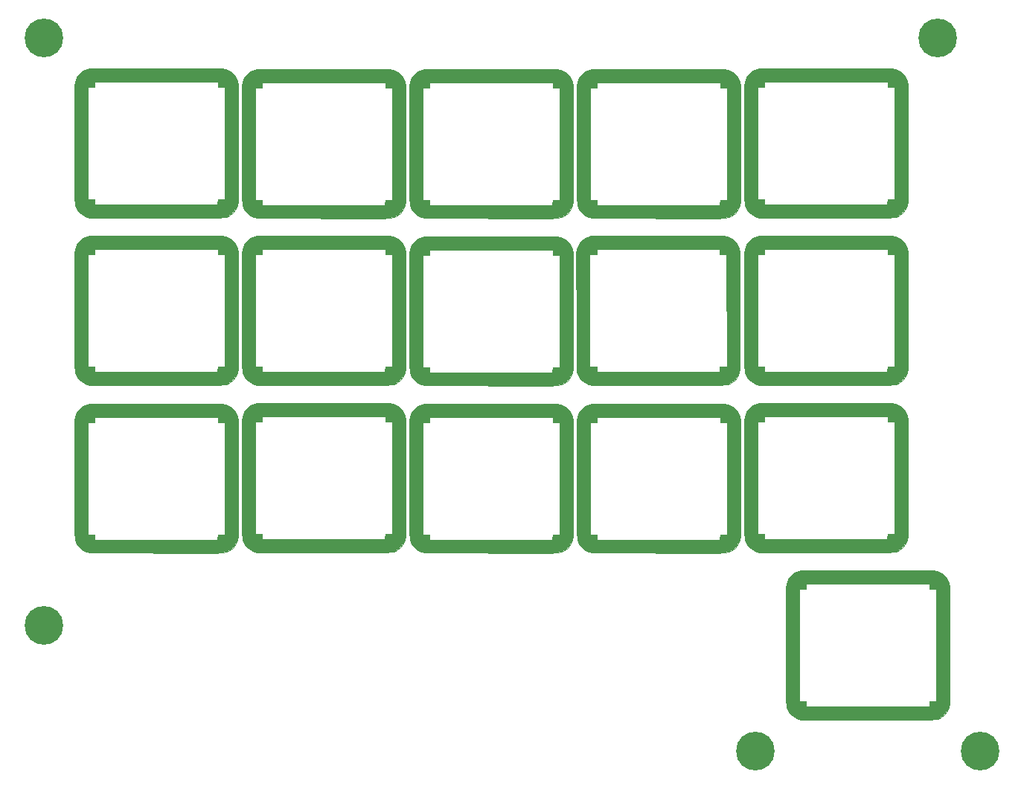
<source format=gbr>
G04 #@! TF.GenerationSoftware,KiCad,Pcbnew,(5.1.9)-1*
G04 #@! TF.CreationDate,2021-01-20T18:14:42-05:00*
G04 #@! TF.ProjectId,Plate,506c6174-652e-46b6-9963-61645f706362,rev?*
G04 #@! TF.SameCoordinates,Original*
G04 #@! TF.FileFunction,Copper,L2,Bot*
G04 #@! TF.FilePolarity,Positive*
%FSLAX46Y46*%
G04 Gerber Fmt 4.6, Leading zero omitted, Abs format (unit mm)*
G04 Created by KiCad (PCBNEW (5.1.9)-1) date 2021-01-20 18:14:42*
%MOMM*%
%LPD*%
G01*
G04 APERTURE LIST*
G04 #@! TA.AperFunction,EtchedComponent*
%ADD10C,0.010000*%
G04 #@! TD*
G04 #@! TA.AperFunction,ComponentPad*
%ADD11C,4.400000*%
G04 #@! TD*
G04 #@! TA.AperFunction,ComponentPad*
%ADD12C,0.700000*%
G04 #@! TD*
G04 APERTURE END LIST*
D10*
G36*
X150300000Y-97670000D02*
G01*
X147980000Y-97650000D01*
X148050000Y-97060000D01*
X148350000Y-96420000D01*
X148630000Y-96070000D01*
X149040000Y-95820000D01*
X149690000Y-95580000D01*
X150290000Y-95540000D01*
X150300000Y-97670000D01*
G37*
X150300000Y-97670000D02*
X147980000Y-97650000D01*
X148050000Y-97060000D01*
X148350000Y-96420000D01*
X148630000Y-96070000D01*
X149040000Y-95820000D01*
X149690000Y-95580000D01*
X150290000Y-95540000D01*
X150300000Y-97670000D01*
G36*
X165170000Y-95630000D02*
G01*
X165770000Y-95910000D01*
X166190000Y-96330000D01*
X166500000Y-96980000D01*
X166600000Y-97490000D01*
X166610000Y-98380000D01*
X166610000Y-110670000D01*
X166450000Y-111360000D01*
X166040000Y-112000000D01*
X165320000Y-112460000D01*
X164050000Y-112580000D01*
X149880000Y-112550000D01*
X149370000Y-112470000D01*
X148800000Y-112170000D01*
X148420000Y-111790000D01*
X148180000Y-111390000D01*
X148050000Y-111030000D01*
X148000000Y-110270000D01*
X148000000Y-105690000D01*
X147990000Y-97560000D01*
X149500000Y-97650000D01*
X149500000Y-110460000D01*
X150290000Y-110460000D01*
X150300000Y-111050000D01*
X164290000Y-111050000D01*
X164300000Y-110460000D01*
X165110000Y-110450000D01*
X165100000Y-97670000D01*
X164300000Y-97660000D01*
X164300000Y-97070000D01*
X150290000Y-97070000D01*
X150290000Y-95550000D01*
X164640000Y-95540000D01*
X165170000Y-95630000D01*
G37*
X165170000Y-95630000D02*
X165770000Y-95910000D01*
X166190000Y-96330000D01*
X166500000Y-96980000D01*
X166600000Y-97490000D01*
X166610000Y-98380000D01*
X166610000Y-110670000D01*
X166450000Y-111360000D01*
X166040000Y-112000000D01*
X165320000Y-112460000D01*
X164050000Y-112580000D01*
X149880000Y-112550000D01*
X149370000Y-112470000D01*
X148800000Y-112170000D01*
X148420000Y-111790000D01*
X148180000Y-111390000D01*
X148050000Y-111030000D01*
X148000000Y-110270000D01*
X148000000Y-105690000D01*
X147990000Y-97560000D01*
X149500000Y-97650000D01*
X149500000Y-110460000D01*
X150290000Y-110460000D01*
X150300000Y-111050000D01*
X164290000Y-111050000D01*
X164300000Y-110460000D01*
X165110000Y-110450000D01*
X165100000Y-97670000D01*
X164300000Y-97660000D01*
X164300000Y-97070000D01*
X150290000Y-97070000D01*
X150290000Y-95550000D01*
X164640000Y-95540000D01*
X165170000Y-95630000D01*
G36*
X169350000Y-97620000D02*
G01*
X167030000Y-97600000D01*
X167100000Y-97010000D01*
X167400000Y-96370000D01*
X167680000Y-96020000D01*
X168090000Y-95770000D01*
X168740000Y-95530000D01*
X169340000Y-95490000D01*
X169350000Y-97620000D01*
G37*
X169350000Y-97620000D02*
X167030000Y-97600000D01*
X167100000Y-97010000D01*
X167400000Y-96370000D01*
X167680000Y-96020000D01*
X168090000Y-95770000D01*
X168740000Y-95530000D01*
X169340000Y-95490000D01*
X169350000Y-97620000D01*
G36*
X184220000Y-95580000D02*
G01*
X184820000Y-95860000D01*
X185240000Y-96280000D01*
X185550000Y-96930000D01*
X185650000Y-97440000D01*
X185660000Y-98330000D01*
X185660000Y-110620000D01*
X185500000Y-111310000D01*
X185090000Y-111950000D01*
X184370000Y-112410000D01*
X183100000Y-112530000D01*
X168930000Y-112500000D01*
X168420000Y-112420000D01*
X167850000Y-112120000D01*
X167470000Y-111740000D01*
X167230000Y-111340000D01*
X167100000Y-110980000D01*
X167050000Y-110220000D01*
X167050000Y-105640000D01*
X167040000Y-97510000D01*
X168550000Y-97600000D01*
X168550000Y-110410000D01*
X169340000Y-110410000D01*
X169350000Y-111000000D01*
X183340000Y-111000000D01*
X183350000Y-110410000D01*
X184160000Y-110400000D01*
X184150000Y-97620000D01*
X183350000Y-97610000D01*
X183350000Y-97020000D01*
X169340000Y-97020000D01*
X169340000Y-95500000D01*
X183690000Y-95490000D01*
X184220000Y-95580000D01*
G37*
X184220000Y-95580000D02*
X184820000Y-95860000D01*
X185240000Y-96280000D01*
X185550000Y-96930000D01*
X185650000Y-97440000D01*
X185660000Y-98330000D01*
X185660000Y-110620000D01*
X185500000Y-111310000D01*
X185090000Y-111950000D01*
X184370000Y-112410000D01*
X183100000Y-112530000D01*
X168930000Y-112500000D01*
X168420000Y-112420000D01*
X167850000Y-112120000D01*
X167470000Y-111740000D01*
X167230000Y-111340000D01*
X167100000Y-110980000D01*
X167050000Y-110220000D01*
X167050000Y-105640000D01*
X167040000Y-97510000D01*
X168550000Y-97600000D01*
X168550000Y-110410000D01*
X169340000Y-110410000D01*
X169350000Y-111000000D01*
X183340000Y-111000000D01*
X183350000Y-110410000D01*
X184160000Y-110400000D01*
X184150000Y-97620000D01*
X183350000Y-97610000D01*
X183350000Y-97020000D01*
X169340000Y-97020000D01*
X169340000Y-95500000D01*
X183690000Y-95490000D01*
X184220000Y-95580000D01*
G36*
X188400000Y-97670000D02*
G01*
X186080000Y-97650000D01*
X186150000Y-97060000D01*
X186450000Y-96420000D01*
X186730000Y-96070000D01*
X187140000Y-95820000D01*
X187790000Y-95580000D01*
X188390000Y-95540000D01*
X188400000Y-97670000D01*
G37*
X188400000Y-97670000D02*
X186080000Y-97650000D01*
X186150000Y-97060000D01*
X186450000Y-96420000D01*
X186730000Y-96070000D01*
X187140000Y-95820000D01*
X187790000Y-95580000D01*
X188390000Y-95540000D01*
X188400000Y-97670000D01*
G36*
X203270000Y-95630000D02*
G01*
X203870000Y-95910000D01*
X204290000Y-96330000D01*
X204600000Y-96980000D01*
X204700000Y-97490000D01*
X204710000Y-98380000D01*
X204710000Y-110670000D01*
X204550000Y-111360000D01*
X204140000Y-112000000D01*
X203420000Y-112460000D01*
X202150000Y-112580000D01*
X187980000Y-112550000D01*
X187470000Y-112470000D01*
X186900000Y-112170000D01*
X186520000Y-111790000D01*
X186280000Y-111390000D01*
X186150000Y-111030000D01*
X186100000Y-110270000D01*
X186100000Y-105690000D01*
X186090000Y-97560000D01*
X187600000Y-97650000D01*
X187600000Y-110460000D01*
X188390000Y-110460000D01*
X188400000Y-111050000D01*
X202390000Y-111050000D01*
X202400000Y-110460000D01*
X203210000Y-110450000D01*
X203200000Y-97670000D01*
X202400000Y-97660000D01*
X202400000Y-97070000D01*
X188390000Y-97070000D01*
X188390000Y-95550000D01*
X202740000Y-95540000D01*
X203270000Y-95630000D01*
G37*
X203270000Y-95630000D02*
X203870000Y-95910000D01*
X204290000Y-96330000D01*
X204600000Y-96980000D01*
X204700000Y-97490000D01*
X204710000Y-98380000D01*
X204710000Y-110670000D01*
X204550000Y-111360000D01*
X204140000Y-112000000D01*
X203420000Y-112460000D01*
X202150000Y-112580000D01*
X187980000Y-112550000D01*
X187470000Y-112470000D01*
X186900000Y-112170000D01*
X186520000Y-111790000D01*
X186280000Y-111390000D01*
X186150000Y-111030000D01*
X186100000Y-110270000D01*
X186100000Y-105690000D01*
X186090000Y-97560000D01*
X187600000Y-97650000D01*
X187600000Y-110460000D01*
X188390000Y-110460000D01*
X188400000Y-111050000D01*
X202390000Y-111050000D01*
X202400000Y-110460000D01*
X203210000Y-110450000D01*
X203200000Y-97670000D01*
X202400000Y-97660000D01*
X202400000Y-97070000D01*
X188390000Y-97070000D01*
X188390000Y-95550000D01*
X202740000Y-95540000D01*
X203270000Y-95630000D01*
G36*
X207450000Y-97670000D02*
G01*
X205130000Y-97650000D01*
X205200000Y-97060000D01*
X205500000Y-96420000D01*
X205780000Y-96070000D01*
X206190000Y-95820000D01*
X206840000Y-95580000D01*
X207440000Y-95540000D01*
X207450000Y-97670000D01*
G37*
X207450000Y-97670000D02*
X205130000Y-97650000D01*
X205200000Y-97060000D01*
X205500000Y-96420000D01*
X205780000Y-96070000D01*
X206190000Y-95820000D01*
X206840000Y-95580000D01*
X207440000Y-95540000D01*
X207450000Y-97670000D01*
G36*
X222320000Y-95630000D02*
G01*
X222920000Y-95910000D01*
X223340000Y-96330000D01*
X223650000Y-96980000D01*
X223750000Y-97490000D01*
X223760000Y-98380000D01*
X223760000Y-110670000D01*
X223600000Y-111360000D01*
X223190000Y-112000000D01*
X222470000Y-112460000D01*
X221200000Y-112580000D01*
X207030000Y-112550000D01*
X206520000Y-112470000D01*
X205950000Y-112170000D01*
X205570000Y-111790000D01*
X205330000Y-111390000D01*
X205200000Y-111030000D01*
X205150000Y-110270000D01*
X205150000Y-105690000D01*
X205140000Y-97560000D01*
X206650000Y-97650000D01*
X206650000Y-110460000D01*
X207440000Y-110460000D01*
X207450000Y-111050000D01*
X221440000Y-111050000D01*
X221450000Y-110460000D01*
X222260000Y-110450000D01*
X222250000Y-97670000D01*
X221450000Y-97660000D01*
X221450000Y-97070000D01*
X207440000Y-97070000D01*
X207440000Y-95550000D01*
X221790000Y-95540000D01*
X222320000Y-95630000D01*
G37*
X222320000Y-95630000D02*
X222920000Y-95910000D01*
X223340000Y-96330000D01*
X223650000Y-96980000D01*
X223750000Y-97490000D01*
X223760000Y-98380000D01*
X223760000Y-110670000D01*
X223600000Y-111360000D01*
X223190000Y-112000000D01*
X222470000Y-112460000D01*
X221200000Y-112580000D01*
X207030000Y-112550000D01*
X206520000Y-112470000D01*
X205950000Y-112170000D01*
X205570000Y-111790000D01*
X205330000Y-111390000D01*
X205200000Y-111030000D01*
X205150000Y-110270000D01*
X205150000Y-105690000D01*
X205140000Y-97560000D01*
X206650000Y-97650000D01*
X206650000Y-110460000D01*
X207440000Y-110460000D01*
X207450000Y-111050000D01*
X221440000Y-111050000D01*
X221450000Y-110460000D01*
X222260000Y-110450000D01*
X222250000Y-97670000D01*
X221450000Y-97660000D01*
X221450000Y-97070000D01*
X207440000Y-97070000D01*
X207440000Y-95550000D01*
X221790000Y-95540000D01*
X222320000Y-95630000D01*
G36*
X226500000Y-97620000D02*
G01*
X224180000Y-97600000D01*
X224250000Y-97010000D01*
X224550000Y-96370000D01*
X224830000Y-96020000D01*
X225240000Y-95770000D01*
X225890000Y-95530000D01*
X226490000Y-95490000D01*
X226500000Y-97620000D01*
G37*
X226500000Y-97620000D02*
X224180000Y-97600000D01*
X224250000Y-97010000D01*
X224550000Y-96370000D01*
X224830000Y-96020000D01*
X225240000Y-95770000D01*
X225890000Y-95530000D01*
X226490000Y-95490000D01*
X226500000Y-97620000D01*
G36*
X241370000Y-95580000D02*
G01*
X241970000Y-95860000D01*
X242390000Y-96280000D01*
X242700000Y-96930000D01*
X242800000Y-97440000D01*
X242810000Y-98330000D01*
X242810000Y-110620000D01*
X242650000Y-111310000D01*
X242240000Y-111950000D01*
X241520000Y-112410000D01*
X240250000Y-112530000D01*
X226080000Y-112500000D01*
X225570000Y-112420000D01*
X225000000Y-112120000D01*
X224620000Y-111740000D01*
X224380000Y-111340000D01*
X224250000Y-110980000D01*
X224200000Y-110220000D01*
X224200000Y-105640000D01*
X224190000Y-97510000D01*
X225700000Y-97600000D01*
X225700000Y-110410000D01*
X226490000Y-110410000D01*
X226500000Y-111000000D01*
X240490000Y-111000000D01*
X240500000Y-110410000D01*
X241310000Y-110400000D01*
X241300000Y-97620000D01*
X240500000Y-97610000D01*
X240500000Y-97020000D01*
X226490000Y-97020000D01*
X226490000Y-95500000D01*
X240840000Y-95490000D01*
X241370000Y-95580000D01*
G37*
X241370000Y-95580000D02*
X241970000Y-95860000D01*
X242390000Y-96280000D01*
X242700000Y-96930000D01*
X242800000Y-97440000D01*
X242810000Y-98330000D01*
X242810000Y-110620000D01*
X242650000Y-111310000D01*
X242240000Y-111950000D01*
X241520000Y-112410000D01*
X240250000Y-112530000D01*
X226080000Y-112500000D01*
X225570000Y-112420000D01*
X225000000Y-112120000D01*
X224620000Y-111740000D01*
X224380000Y-111340000D01*
X224250000Y-110980000D01*
X224200000Y-110220000D01*
X224200000Y-105640000D01*
X224190000Y-97510000D01*
X225700000Y-97600000D01*
X225700000Y-110410000D01*
X226490000Y-110410000D01*
X226500000Y-111000000D01*
X240490000Y-111000000D01*
X240500000Y-110410000D01*
X241310000Y-110400000D01*
X241300000Y-97620000D01*
X240500000Y-97610000D01*
X240500000Y-97020000D01*
X226490000Y-97020000D01*
X226490000Y-95500000D01*
X240840000Y-95490000D01*
X241370000Y-95580000D01*
G36*
X231250000Y-116670000D02*
G01*
X228930000Y-116650000D01*
X229000000Y-116060000D01*
X229300000Y-115420000D01*
X229580000Y-115070000D01*
X229990000Y-114820000D01*
X230640000Y-114580000D01*
X231240000Y-114540000D01*
X231250000Y-116670000D01*
G37*
X231250000Y-116670000D02*
X228930000Y-116650000D01*
X229000000Y-116060000D01*
X229300000Y-115420000D01*
X229580000Y-115070000D01*
X229990000Y-114820000D01*
X230640000Y-114580000D01*
X231240000Y-114540000D01*
X231250000Y-116670000D01*
G36*
X246120000Y-114630000D02*
G01*
X246720000Y-114910000D01*
X247140000Y-115330000D01*
X247450000Y-115980000D01*
X247550000Y-116490000D01*
X247560000Y-117380000D01*
X247560000Y-129670000D01*
X247400000Y-130360000D01*
X246990000Y-131000000D01*
X246270000Y-131460000D01*
X245000000Y-131580000D01*
X230830000Y-131550000D01*
X230320000Y-131470000D01*
X229750000Y-131170000D01*
X229370000Y-130790000D01*
X229130000Y-130390000D01*
X229000000Y-130030000D01*
X228950000Y-129270000D01*
X228950000Y-124690000D01*
X228940000Y-116560000D01*
X230450000Y-116650000D01*
X230450000Y-129460000D01*
X231240000Y-129460000D01*
X231250000Y-130050000D01*
X245240000Y-130050000D01*
X245250000Y-129460000D01*
X246060000Y-129450000D01*
X246050000Y-116670000D01*
X245250000Y-116660000D01*
X245250000Y-116070000D01*
X231240000Y-116070000D01*
X231240000Y-114550000D01*
X245590000Y-114540000D01*
X246120000Y-114630000D01*
G37*
X246120000Y-114630000D02*
X246720000Y-114910000D01*
X247140000Y-115330000D01*
X247450000Y-115980000D01*
X247550000Y-116490000D01*
X247560000Y-117380000D01*
X247560000Y-129670000D01*
X247400000Y-130360000D01*
X246990000Y-131000000D01*
X246270000Y-131460000D01*
X245000000Y-131580000D01*
X230830000Y-131550000D01*
X230320000Y-131470000D01*
X229750000Y-131170000D01*
X229370000Y-130790000D01*
X229130000Y-130390000D01*
X229000000Y-130030000D01*
X228950000Y-129270000D01*
X228950000Y-124690000D01*
X228940000Y-116560000D01*
X230450000Y-116650000D01*
X230450000Y-129460000D01*
X231240000Y-129460000D01*
X231250000Y-130050000D01*
X245240000Y-130050000D01*
X245250000Y-129460000D01*
X246060000Y-129450000D01*
X246050000Y-116670000D01*
X245250000Y-116660000D01*
X245250000Y-116070000D01*
X231240000Y-116070000D01*
X231240000Y-114550000D01*
X245590000Y-114540000D01*
X246120000Y-114630000D01*
G36*
X150300000Y-78570000D02*
G01*
X147980000Y-78550000D01*
X148050000Y-77960000D01*
X148350000Y-77320000D01*
X148630000Y-76970000D01*
X149040000Y-76720000D01*
X149690000Y-76480000D01*
X150290000Y-76440000D01*
X150300000Y-78570000D01*
G37*
X150300000Y-78570000D02*
X147980000Y-78550000D01*
X148050000Y-77960000D01*
X148350000Y-77320000D01*
X148630000Y-76970000D01*
X149040000Y-76720000D01*
X149690000Y-76480000D01*
X150290000Y-76440000D01*
X150300000Y-78570000D01*
G36*
X165170000Y-76530000D02*
G01*
X165770000Y-76810000D01*
X166190000Y-77230000D01*
X166500000Y-77880000D01*
X166600000Y-78390000D01*
X166610000Y-79280000D01*
X166610000Y-91570000D01*
X166450000Y-92260000D01*
X166040000Y-92900000D01*
X165320000Y-93360000D01*
X164050000Y-93480000D01*
X149880000Y-93450000D01*
X149370000Y-93370000D01*
X148800000Y-93070000D01*
X148420000Y-92690000D01*
X148180000Y-92290000D01*
X148050000Y-91930000D01*
X148000000Y-91170000D01*
X148000000Y-86590000D01*
X147990000Y-78460000D01*
X149500000Y-78550000D01*
X149500000Y-91360000D01*
X150290000Y-91360000D01*
X150300000Y-91950000D01*
X164290000Y-91950000D01*
X164300000Y-91360000D01*
X165110000Y-91350000D01*
X165100000Y-78570000D01*
X164300000Y-78560000D01*
X164300000Y-77970000D01*
X150290000Y-77970000D01*
X150290000Y-76450000D01*
X164640000Y-76440000D01*
X165170000Y-76530000D01*
G37*
X165170000Y-76530000D02*
X165770000Y-76810000D01*
X166190000Y-77230000D01*
X166500000Y-77880000D01*
X166600000Y-78390000D01*
X166610000Y-79280000D01*
X166610000Y-91570000D01*
X166450000Y-92260000D01*
X166040000Y-92900000D01*
X165320000Y-93360000D01*
X164050000Y-93480000D01*
X149880000Y-93450000D01*
X149370000Y-93370000D01*
X148800000Y-93070000D01*
X148420000Y-92690000D01*
X148180000Y-92290000D01*
X148050000Y-91930000D01*
X148000000Y-91170000D01*
X148000000Y-86590000D01*
X147990000Y-78460000D01*
X149500000Y-78550000D01*
X149500000Y-91360000D01*
X150290000Y-91360000D01*
X150300000Y-91950000D01*
X164290000Y-91950000D01*
X164300000Y-91360000D01*
X165110000Y-91350000D01*
X165100000Y-78570000D01*
X164300000Y-78560000D01*
X164300000Y-77970000D01*
X150290000Y-77970000D01*
X150290000Y-76450000D01*
X164640000Y-76440000D01*
X165170000Y-76530000D01*
G36*
X169350000Y-78570000D02*
G01*
X167030000Y-78550000D01*
X167100000Y-77960000D01*
X167400000Y-77320000D01*
X167680000Y-76970000D01*
X168090000Y-76720000D01*
X168740000Y-76480000D01*
X169340000Y-76440000D01*
X169350000Y-78570000D01*
G37*
X169350000Y-78570000D02*
X167030000Y-78550000D01*
X167100000Y-77960000D01*
X167400000Y-77320000D01*
X167680000Y-76970000D01*
X168090000Y-76720000D01*
X168740000Y-76480000D01*
X169340000Y-76440000D01*
X169350000Y-78570000D01*
G36*
X184220000Y-76530000D02*
G01*
X184820000Y-76810000D01*
X185240000Y-77230000D01*
X185550000Y-77880000D01*
X185650000Y-78390000D01*
X185660000Y-79280000D01*
X185660000Y-91570000D01*
X185500000Y-92260000D01*
X185090000Y-92900000D01*
X184370000Y-93360000D01*
X183100000Y-93480000D01*
X168930000Y-93450000D01*
X168420000Y-93370000D01*
X167850000Y-93070000D01*
X167470000Y-92690000D01*
X167230000Y-92290000D01*
X167100000Y-91930000D01*
X167050000Y-91170000D01*
X167050000Y-86590000D01*
X167040000Y-78460000D01*
X168550000Y-78550000D01*
X168550000Y-91360000D01*
X169340000Y-91360000D01*
X169350000Y-91950000D01*
X183340000Y-91950000D01*
X183350000Y-91360000D01*
X184160000Y-91350000D01*
X184150000Y-78570000D01*
X183350000Y-78560000D01*
X183350000Y-77970000D01*
X169340000Y-77970000D01*
X169340000Y-76450000D01*
X183690000Y-76440000D01*
X184220000Y-76530000D01*
G37*
X184220000Y-76530000D02*
X184820000Y-76810000D01*
X185240000Y-77230000D01*
X185550000Y-77880000D01*
X185650000Y-78390000D01*
X185660000Y-79280000D01*
X185660000Y-91570000D01*
X185500000Y-92260000D01*
X185090000Y-92900000D01*
X184370000Y-93360000D01*
X183100000Y-93480000D01*
X168930000Y-93450000D01*
X168420000Y-93370000D01*
X167850000Y-93070000D01*
X167470000Y-92690000D01*
X167230000Y-92290000D01*
X167100000Y-91930000D01*
X167050000Y-91170000D01*
X167050000Y-86590000D01*
X167040000Y-78460000D01*
X168550000Y-78550000D01*
X168550000Y-91360000D01*
X169340000Y-91360000D01*
X169350000Y-91950000D01*
X183340000Y-91950000D01*
X183350000Y-91360000D01*
X184160000Y-91350000D01*
X184150000Y-78570000D01*
X183350000Y-78560000D01*
X183350000Y-77970000D01*
X169340000Y-77970000D01*
X169340000Y-76450000D01*
X183690000Y-76440000D01*
X184220000Y-76530000D01*
G36*
X188400000Y-78620000D02*
G01*
X186080000Y-78600000D01*
X186150000Y-78010000D01*
X186450000Y-77370000D01*
X186730000Y-77020000D01*
X187140000Y-76770000D01*
X187790000Y-76530000D01*
X188390000Y-76490000D01*
X188400000Y-78620000D01*
G37*
X188400000Y-78620000D02*
X186080000Y-78600000D01*
X186150000Y-78010000D01*
X186450000Y-77370000D01*
X186730000Y-77020000D01*
X187140000Y-76770000D01*
X187790000Y-76530000D01*
X188390000Y-76490000D01*
X188400000Y-78620000D01*
G36*
X203270000Y-76580000D02*
G01*
X203870000Y-76860000D01*
X204290000Y-77280000D01*
X204600000Y-77930000D01*
X204700000Y-78440000D01*
X204710000Y-79330000D01*
X204710000Y-91620000D01*
X204550000Y-92310000D01*
X204140000Y-92950000D01*
X203420000Y-93410000D01*
X202150000Y-93530000D01*
X187980000Y-93500000D01*
X187470000Y-93420000D01*
X186900000Y-93120000D01*
X186520000Y-92740000D01*
X186280000Y-92340000D01*
X186150000Y-91980000D01*
X186100000Y-91220000D01*
X186100000Y-86640000D01*
X186090000Y-78510000D01*
X187600000Y-78600000D01*
X187600000Y-91410000D01*
X188390000Y-91410000D01*
X188400000Y-92000000D01*
X202390000Y-92000000D01*
X202400000Y-91410000D01*
X203210000Y-91400000D01*
X203200000Y-78620000D01*
X202400000Y-78610000D01*
X202400000Y-78020000D01*
X188390000Y-78020000D01*
X188390000Y-76500000D01*
X202740000Y-76490000D01*
X203270000Y-76580000D01*
G37*
X203270000Y-76580000D02*
X203870000Y-76860000D01*
X204290000Y-77280000D01*
X204600000Y-77930000D01*
X204700000Y-78440000D01*
X204710000Y-79330000D01*
X204710000Y-91620000D01*
X204550000Y-92310000D01*
X204140000Y-92950000D01*
X203420000Y-93410000D01*
X202150000Y-93530000D01*
X187980000Y-93500000D01*
X187470000Y-93420000D01*
X186900000Y-93120000D01*
X186520000Y-92740000D01*
X186280000Y-92340000D01*
X186150000Y-91980000D01*
X186100000Y-91220000D01*
X186100000Y-86640000D01*
X186090000Y-78510000D01*
X187600000Y-78600000D01*
X187600000Y-91410000D01*
X188390000Y-91410000D01*
X188400000Y-92000000D01*
X202390000Y-92000000D01*
X202400000Y-91410000D01*
X203210000Y-91400000D01*
X203200000Y-78620000D01*
X202400000Y-78610000D01*
X202400000Y-78020000D01*
X188390000Y-78020000D01*
X188390000Y-76500000D01*
X202740000Y-76490000D01*
X203270000Y-76580000D01*
G36*
X207400000Y-78570000D02*
G01*
X205080000Y-78550000D01*
X205150000Y-77960000D01*
X205450000Y-77320000D01*
X205730000Y-76970000D01*
X206140000Y-76720000D01*
X206790000Y-76480000D01*
X207390000Y-76440000D01*
X207400000Y-78570000D01*
G37*
X207400000Y-78570000D02*
X205080000Y-78550000D01*
X205150000Y-77960000D01*
X205450000Y-77320000D01*
X205730000Y-76970000D01*
X206140000Y-76720000D01*
X206790000Y-76480000D01*
X207390000Y-76440000D01*
X207400000Y-78570000D01*
G36*
X222270000Y-76530000D02*
G01*
X222870000Y-76810000D01*
X223290000Y-77230000D01*
X223600000Y-77880000D01*
X223700000Y-78390000D01*
X223710000Y-79280000D01*
X223710000Y-91570000D01*
X223550000Y-92260000D01*
X223140000Y-92900000D01*
X222420000Y-93360000D01*
X221150000Y-93480000D01*
X206980000Y-93450000D01*
X206470000Y-93370000D01*
X205900000Y-93070000D01*
X205520000Y-92690000D01*
X205280000Y-92290000D01*
X205150000Y-91930000D01*
X205100000Y-91170000D01*
X205100000Y-86590000D01*
X205090000Y-78460000D01*
X206600000Y-78550000D01*
X206600000Y-91360000D01*
X207390000Y-91360000D01*
X207400000Y-91950000D01*
X221390000Y-91950000D01*
X221400000Y-91360000D01*
X222210000Y-91350000D01*
X222200000Y-78570000D01*
X221400000Y-78560000D01*
X221400000Y-77970000D01*
X207390000Y-77970000D01*
X207390000Y-76450000D01*
X221740000Y-76440000D01*
X222270000Y-76530000D01*
G37*
X222270000Y-76530000D02*
X222870000Y-76810000D01*
X223290000Y-77230000D01*
X223600000Y-77880000D01*
X223700000Y-78390000D01*
X223710000Y-79280000D01*
X223710000Y-91570000D01*
X223550000Y-92260000D01*
X223140000Y-92900000D01*
X222420000Y-93360000D01*
X221150000Y-93480000D01*
X206980000Y-93450000D01*
X206470000Y-93370000D01*
X205900000Y-93070000D01*
X205520000Y-92690000D01*
X205280000Y-92290000D01*
X205150000Y-91930000D01*
X205100000Y-91170000D01*
X205100000Y-86590000D01*
X205090000Y-78460000D01*
X206600000Y-78550000D01*
X206600000Y-91360000D01*
X207390000Y-91360000D01*
X207400000Y-91950000D01*
X221390000Y-91950000D01*
X221400000Y-91360000D01*
X222210000Y-91350000D01*
X222200000Y-78570000D01*
X221400000Y-78560000D01*
X221400000Y-77970000D01*
X207390000Y-77970000D01*
X207390000Y-76450000D01*
X221740000Y-76440000D01*
X222270000Y-76530000D01*
G36*
X226500000Y-78570000D02*
G01*
X224180000Y-78550000D01*
X224250000Y-77960000D01*
X224550000Y-77320000D01*
X224830000Y-76970000D01*
X225240000Y-76720000D01*
X225890000Y-76480000D01*
X226490000Y-76440000D01*
X226500000Y-78570000D01*
G37*
X226500000Y-78570000D02*
X224180000Y-78550000D01*
X224250000Y-77960000D01*
X224550000Y-77320000D01*
X224830000Y-76970000D01*
X225240000Y-76720000D01*
X225890000Y-76480000D01*
X226490000Y-76440000D01*
X226500000Y-78570000D01*
G36*
X241370000Y-76530000D02*
G01*
X241970000Y-76810000D01*
X242390000Y-77230000D01*
X242700000Y-77880000D01*
X242800000Y-78390000D01*
X242810000Y-79280000D01*
X242810000Y-91570000D01*
X242650000Y-92260000D01*
X242240000Y-92900000D01*
X241520000Y-93360000D01*
X240250000Y-93480000D01*
X226080000Y-93450000D01*
X225570000Y-93370000D01*
X225000000Y-93070000D01*
X224620000Y-92690000D01*
X224380000Y-92290000D01*
X224250000Y-91930000D01*
X224200000Y-91170000D01*
X224200000Y-86590000D01*
X224190000Y-78460000D01*
X225700000Y-78550000D01*
X225700000Y-91360000D01*
X226490000Y-91360000D01*
X226500000Y-91950000D01*
X240490000Y-91950000D01*
X240500000Y-91360000D01*
X241310000Y-91350000D01*
X241300000Y-78570000D01*
X240500000Y-78560000D01*
X240500000Y-77970000D01*
X226490000Y-77970000D01*
X226490000Y-76450000D01*
X240840000Y-76440000D01*
X241370000Y-76530000D01*
G37*
X241370000Y-76530000D02*
X241970000Y-76810000D01*
X242390000Y-77230000D01*
X242700000Y-77880000D01*
X242800000Y-78390000D01*
X242810000Y-79280000D01*
X242810000Y-91570000D01*
X242650000Y-92260000D01*
X242240000Y-92900000D01*
X241520000Y-93360000D01*
X240250000Y-93480000D01*
X226080000Y-93450000D01*
X225570000Y-93370000D01*
X225000000Y-93070000D01*
X224620000Y-92690000D01*
X224380000Y-92290000D01*
X224250000Y-91930000D01*
X224200000Y-91170000D01*
X224200000Y-86590000D01*
X224190000Y-78460000D01*
X225700000Y-78550000D01*
X225700000Y-91360000D01*
X226490000Y-91360000D01*
X226500000Y-91950000D01*
X240490000Y-91950000D01*
X240500000Y-91360000D01*
X241310000Y-91350000D01*
X241300000Y-78570000D01*
X240500000Y-78560000D01*
X240500000Y-77970000D01*
X226490000Y-77970000D01*
X226490000Y-76450000D01*
X240840000Y-76440000D01*
X241370000Y-76530000D01*
G36*
X226500000Y-59520000D02*
G01*
X224180000Y-59500000D01*
X224250000Y-58910000D01*
X224550000Y-58270000D01*
X224830000Y-57920000D01*
X225240000Y-57670000D01*
X225890000Y-57430000D01*
X226490000Y-57390000D01*
X226500000Y-59520000D01*
G37*
X226500000Y-59520000D02*
X224180000Y-59500000D01*
X224250000Y-58910000D01*
X224550000Y-58270000D01*
X224830000Y-57920000D01*
X225240000Y-57670000D01*
X225890000Y-57430000D01*
X226490000Y-57390000D01*
X226500000Y-59520000D01*
G36*
X241370000Y-57480000D02*
G01*
X241970000Y-57760000D01*
X242390000Y-58180000D01*
X242700000Y-58830000D01*
X242800000Y-59340000D01*
X242810000Y-60230000D01*
X242810000Y-72520000D01*
X242650000Y-73210000D01*
X242240000Y-73850000D01*
X241520000Y-74310000D01*
X240250000Y-74430000D01*
X226080000Y-74400000D01*
X225570000Y-74320000D01*
X225000000Y-74020000D01*
X224620000Y-73640000D01*
X224380000Y-73240000D01*
X224250000Y-72880000D01*
X224200000Y-72120000D01*
X224200000Y-67540000D01*
X224190000Y-59410000D01*
X225700000Y-59500000D01*
X225700000Y-72310000D01*
X226490000Y-72310000D01*
X226500000Y-72900000D01*
X240490000Y-72900000D01*
X240500000Y-72310000D01*
X241310000Y-72300000D01*
X241300000Y-59520000D01*
X240500000Y-59510000D01*
X240500000Y-58920000D01*
X226490000Y-58920000D01*
X226490000Y-57400000D01*
X240840000Y-57390000D01*
X241370000Y-57480000D01*
G37*
X241370000Y-57480000D02*
X241970000Y-57760000D01*
X242390000Y-58180000D01*
X242700000Y-58830000D01*
X242800000Y-59340000D01*
X242810000Y-60230000D01*
X242810000Y-72520000D01*
X242650000Y-73210000D01*
X242240000Y-73850000D01*
X241520000Y-74310000D01*
X240250000Y-74430000D01*
X226080000Y-74400000D01*
X225570000Y-74320000D01*
X225000000Y-74020000D01*
X224620000Y-73640000D01*
X224380000Y-73240000D01*
X224250000Y-72880000D01*
X224200000Y-72120000D01*
X224200000Y-67540000D01*
X224190000Y-59410000D01*
X225700000Y-59500000D01*
X225700000Y-72310000D01*
X226490000Y-72310000D01*
X226500000Y-72900000D01*
X240490000Y-72900000D01*
X240500000Y-72310000D01*
X241310000Y-72300000D01*
X241300000Y-59520000D01*
X240500000Y-59510000D01*
X240500000Y-58920000D01*
X226490000Y-58920000D01*
X226490000Y-57400000D01*
X240840000Y-57390000D01*
X241370000Y-57480000D01*
G36*
X207450000Y-59570000D02*
G01*
X205130000Y-59550000D01*
X205200000Y-58960000D01*
X205500000Y-58320000D01*
X205780000Y-57970000D01*
X206190000Y-57720000D01*
X206840000Y-57480000D01*
X207440000Y-57440000D01*
X207450000Y-59570000D01*
G37*
X207450000Y-59570000D02*
X205130000Y-59550000D01*
X205200000Y-58960000D01*
X205500000Y-58320000D01*
X205780000Y-57970000D01*
X206190000Y-57720000D01*
X206840000Y-57480000D01*
X207440000Y-57440000D01*
X207450000Y-59570000D01*
G36*
X222320000Y-57530000D02*
G01*
X222920000Y-57810000D01*
X223340000Y-58230000D01*
X223650000Y-58880000D01*
X223750000Y-59390000D01*
X223760000Y-60280000D01*
X223760000Y-72570000D01*
X223600000Y-73260000D01*
X223190000Y-73900000D01*
X222470000Y-74360000D01*
X221200000Y-74480000D01*
X207030000Y-74450000D01*
X206520000Y-74370000D01*
X205950000Y-74070000D01*
X205570000Y-73690000D01*
X205330000Y-73290000D01*
X205200000Y-72930000D01*
X205150000Y-72170000D01*
X205150000Y-67590000D01*
X205140000Y-59460000D01*
X206650000Y-59550000D01*
X206650000Y-72360000D01*
X207440000Y-72360000D01*
X207450000Y-72950000D01*
X221440000Y-72950000D01*
X221450000Y-72360000D01*
X222260000Y-72350000D01*
X222250000Y-59570000D01*
X221450000Y-59560000D01*
X221450000Y-58970000D01*
X207440000Y-58970000D01*
X207440000Y-57450000D01*
X221790000Y-57440000D01*
X222320000Y-57530000D01*
G37*
X222320000Y-57530000D02*
X222920000Y-57810000D01*
X223340000Y-58230000D01*
X223650000Y-58880000D01*
X223750000Y-59390000D01*
X223760000Y-60280000D01*
X223760000Y-72570000D01*
X223600000Y-73260000D01*
X223190000Y-73900000D01*
X222470000Y-74360000D01*
X221200000Y-74480000D01*
X207030000Y-74450000D01*
X206520000Y-74370000D01*
X205950000Y-74070000D01*
X205570000Y-73690000D01*
X205330000Y-73290000D01*
X205200000Y-72930000D01*
X205150000Y-72170000D01*
X205150000Y-67590000D01*
X205140000Y-59460000D01*
X206650000Y-59550000D01*
X206650000Y-72360000D01*
X207440000Y-72360000D01*
X207450000Y-72950000D01*
X221440000Y-72950000D01*
X221450000Y-72360000D01*
X222260000Y-72350000D01*
X222250000Y-59570000D01*
X221450000Y-59560000D01*
X221450000Y-58970000D01*
X207440000Y-58970000D01*
X207440000Y-57450000D01*
X221790000Y-57440000D01*
X222320000Y-57530000D01*
G36*
X188400000Y-59570000D02*
G01*
X186080000Y-59550000D01*
X186150000Y-58960000D01*
X186450000Y-58320000D01*
X186730000Y-57970000D01*
X187140000Y-57720000D01*
X187790000Y-57480000D01*
X188390000Y-57440000D01*
X188400000Y-59570000D01*
G37*
X188400000Y-59570000D02*
X186080000Y-59550000D01*
X186150000Y-58960000D01*
X186450000Y-58320000D01*
X186730000Y-57970000D01*
X187140000Y-57720000D01*
X187790000Y-57480000D01*
X188390000Y-57440000D01*
X188400000Y-59570000D01*
G36*
X203270000Y-57530000D02*
G01*
X203870000Y-57810000D01*
X204290000Y-58230000D01*
X204600000Y-58880000D01*
X204700000Y-59390000D01*
X204710000Y-60280000D01*
X204710000Y-72570000D01*
X204550000Y-73260000D01*
X204140000Y-73900000D01*
X203420000Y-74360000D01*
X202150000Y-74480000D01*
X187980000Y-74450000D01*
X187470000Y-74370000D01*
X186900000Y-74070000D01*
X186520000Y-73690000D01*
X186280000Y-73290000D01*
X186150000Y-72930000D01*
X186100000Y-72170000D01*
X186100000Y-67590000D01*
X186090000Y-59460000D01*
X187600000Y-59550000D01*
X187600000Y-72360000D01*
X188390000Y-72360000D01*
X188400000Y-72950000D01*
X202390000Y-72950000D01*
X202400000Y-72360000D01*
X203210000Y-72350000D01*
X203200000Y-59570000D01*
X202400000Y-59560000D01*
X202400000Y-58970000D01*
X188390000Y-58970000D01*
X188390000Y-57450000D01*
X202740000Y-57440000D01*
X203270000Y-57530000D01*
G37*
X203270000Y-57530000D02*
X203870000Y-57810000D01*
X204290000Y-58230000D01*
X204600000Y-58880000D01*
X204700000Y-59390000D01*
X204710000Y-60280000D01*
X204710000Y-72570000D01*
X204550000Y-73260000D01*
X204140000Y-73900000D01*
X203420000Y-74360000D01*
X202150000Y-74480000D01*
X187980000Y-74450000D01*
X187470000Y-74370000D01*
X186900000Y-74070000D01*
X186520000Y-73690000D01*
X186280000Y-73290000D01*
X186150000Y-72930000D01*
X186100000Y-72170000D01*
X186100000Y-67590000D01*
X186090000Y-59460000D01*
X187600000Y-59550000D01*
X187600000Y-72360000D01*
X188390000Y-72360000D01*
X188400000Y-72950000D01*
X202390000Y-72950000D01*
X202400000Y-72360000D01*
X203210000Y-72350000D01*
X203200000Y-59570000D01*
X202400000Y-59560000D01*
X202400000Y-58970000D01*
X188390000Y-58970000D01*
X188390000Y-57450000D01*
X202740000Y-57440000D01*
X203270000Y-57530000D01*
G36*
X169350000Y-59570000D02*
G01*
X167030000Y-59550000D01*
X167100000Y-58960000D01*
X167400000Y-58320000D01*
X167680000Y-57970000D01*
X168090000Y-57720000D01*
X168740000Y-57480000D01*
X169340000Y-57440000D01*
X169350000Y-59570000D01*
G37*
X169350000Y-59570000D02*
X167030000Y-59550000D01*
X167100000Y-58960000D01*
X167400000Y-58320000D01*
X167680000Y-57970000D01*
X168090000Y-57720000D01*
X168740000Y-57480000D01*
X169340000Y-57440000D01*
X169350000Y-59570000D01*
G36*
X184220000Y-57530000D02*
G01*
X184820000Y-57810000D01*
X185240000Y-58230000D01*
X185550000Y-58880000D01*
X185650000Y-59390000D01*
X185660000Y-60280000D01*
X185660000Y-72570000D01*
X185500000Y-73260000D01*
X185090000Y-73900000D01*
X184370000Y-74360000D01*
X183100000Y-74480000D01*
X168930000Y-74450000D01*
X168420000Y-74370000D01*
X167850000Y-74070000D01*
X167470000Y-73690000D01*
X167230000Y-73290000D01*
X167100000Y-72930000D01*
X167050000Y-72170000D01*
X167050000Y-67590000D01*
X167040000Y-59460000D01*
X168550000Y-59550000D01*
X168550000Y-72360000D01*
X169340000Y-72360000D01*
X169350000Y-72950000D01*
X183340000Y-72950000D01*
X183350000Y-72360000D01*
X184160000Y-72350000D01*
X184150000Y-59570000D01*
X183350000Y-59560000D01*
X183350000Y-58970000D01*
X169340000Y-58970000D01*
X169340000Y-57450000D01*
X183690000Y-57440000D01*
X184220000Y-57530000D01*
G37*
X184220000Y-57530000D02*
X184820000Y-57810000D01*
X185240000Y-58230000D01*
X185550000Y-58880000D01*
X185650000Y-59390000D01*
X185660000Y-60280000D01*
X185660000Y-72570000D01*
X185500000Y-73260000D01*
X185090000Y-73900000D01*
X184370000Y-74360000D01*
X183100000Y-74480000D01*
X168930000Y-74450000D01*
X168420000Y-74370000D01*
X167850000Y-74070000D01*
X167470000Y-73690000D01*
X167230000Y-73290000D01*
X167100000Y-72930000D01*
X167050000Y-72170000D01*
X167050000Y-67590000D01*
X167040000Y-59460000D01*
X168550000Y-59550000D01*
X168550000Y-72360000D01*
X169340000Y-72360000D01*
X169350000Y-72950000D01*
X183340000Y-72950000D01*
X183350000Y-72360000D01*
X184160000Y-72350000D01*
X184150000Y-59570000D01*
X183350000Y-59560000D01*
X183350000Y-58970000D01*
X169340000Y-58970000D01*
X169340000Y-57450000D01*
X183690000Y-57440000D01*
X184220000Y-57530000D01*
G36*
X150300000Y-59520000D02*
G01*
X147980000Y-59500000D01*
X148050000Y-58910000D01*
X148350000Y-58270000D01*
X148630000Y-57920000D01*
X149040000Y-57670000D01*
X149690000Y-57430000D01*
X150290000Y-57390000D01*
X150300000Y-59520000D01*
G37*
X150300000Y-59520000D02*
X147980000Y-59500000D01*
X148050000Y-58910000D01*
X148350000Y-58270000D01*
X148630000Y-57920000D01*
X149040000Y-57670000D01*
X149690000Y-57430000D01*
X150290000Y-57390000D01*
X150300000Y-59520000D01*
G36*
X165170000Y-57480000D02*
G01*
X165770000Y-57760000D01*
X166190000Y-58180000D01*
X166500000Y-58830000D01*
X166600000Y-59340000D01*
X166610000Y-60230000D01*
X166610000Y-72520000D01*
X166450000Y-73210000D01*
X166040000Y-73850000D01*
X165320000Y-74310000D01*
X164050000Y-74430000D01*
X149880000Y-74400000D01*
X149370000Y-74320000D01*
X148800000Y-74020000D01*
X148420000Y-73640000D01*
X148180000Y-73240000D01*
X148050000Y-72880000D01*
X148000000Y-72120000D01*
X148000000Y-67540000D01*
X147990000Y-59410000D01*
X149500000Y-59500000D01*
X149500000Y-72310000D01*
X150290000Y-72310000D01*
X150300000Y-72900000D01*
X164290000Y-72900000D01*
X164300000Y-72310000D01*
X165110000Y-72300000D01*
X165100000Y-59520000D01*
X164300000Y-59510000D01*
X164300000Y-58920000D01*
X150290000Y-58920000D01*
X150290000Y-57400000D01*
X164640000Y-57390000D01*
X165170000Y-57480000D01*
G37*
X165170000Y-57480000D02*
X165770000Y-57760000D01*
X166190000Y-58180000D01*
X166500000Y-58830000D01*
X166600000Y-59340000D01*
X166610000Y-60230000D01*
X166610000Y-72520000D01*
X166450000Y-73210000D01*
X166040000Y-73850000D01*
X165320000Y-74310000D01*
X164050000Y-74430000D01*
X149880000Y-74400000D01*
X149370000Y-74320000D01*
X148800000Y-74020000D01*
X148420000Y-73640000D01*
X148180000Y-73240000D01*
X148050000Y-72880000D01*
X148000000Y-72120000D01*
X148000000Y-67540000D01*
X147990000Y-59410000D01*
X149500000Y-59500000D01*
X149500000Y-72310000D01*
X150290000Y-72310000D01*
X150300000Y-72900000D01*
X164290000Y-72900000D01*
X164300000Y-72310000D01*
X165110000Y-72300000D01*
X165100000Y-59520000D01*
X164300000Y-59510000D01*
X164300000Y-58920000D01*
X150290000Y-58920000D01*
X150290000Y-57400000D01*
X164640000Y-57390000D01*
X165170000Y-57480000D01*
D11*
X225450000Y-135100000D03*
D12*
X227100000Y-135100000D03*
X226616726Y-136266726D03*
X225450000Y-136750000D03*
X224283274Y-136266726D03*
X223800000Y-135100000D03*
X224283274Y-133933274D03*
X225450000Y-133450000D03*
X226616726Y-133933274D03*
D11*
X251050000Y-135100000D03*
D12*
X252700000Y-135100000D03*
X252216726Y-136266726D03*
X251050000Y-136750000D03*
X249883274Y-136266726D03*
X249400000Y-135100000D03*
X249883274Y-133933274D03*
X251050000Y-133450000D03*
X252216726Y-133933274D03*
D11*
X144500000Y-120800000D03*
D12*
X146150000Y-120800000D03*
X145666726Y-121966726D03*
X144500000Y-122450000D03*
X143333274Y-121966726D03*
X142850000Y-120800000D03*
X143333274Y-119633274D03*
X144500000Y-119150000D03*
X145666726Y-119633274D03*
D11*
X246231830Y-53950000D03*
D12*
X247881830Y-53950000D03*
X247398556Y-55116726D03*
X246231830Y-55600000D03*
X245065104Y-55116726D03*
X244581830Y-53950000D03*
X245065104Y-52783274D03*
X246231830Y-52300000D03*
X247398556Y-52783274D03*
X145666726Y-52783274D03*
X144500000Y-52300000D03*
X143333274Y-52783274D03*
X142850000Y-53950000D03*
X143333274Y-55116726D03*
X144500000Y-55600000D03*
X145666726Y-55116726D03*
X146150000Y-53950000D03*
D11*
X144500000Y-53950000D03*
M02*

</source>
